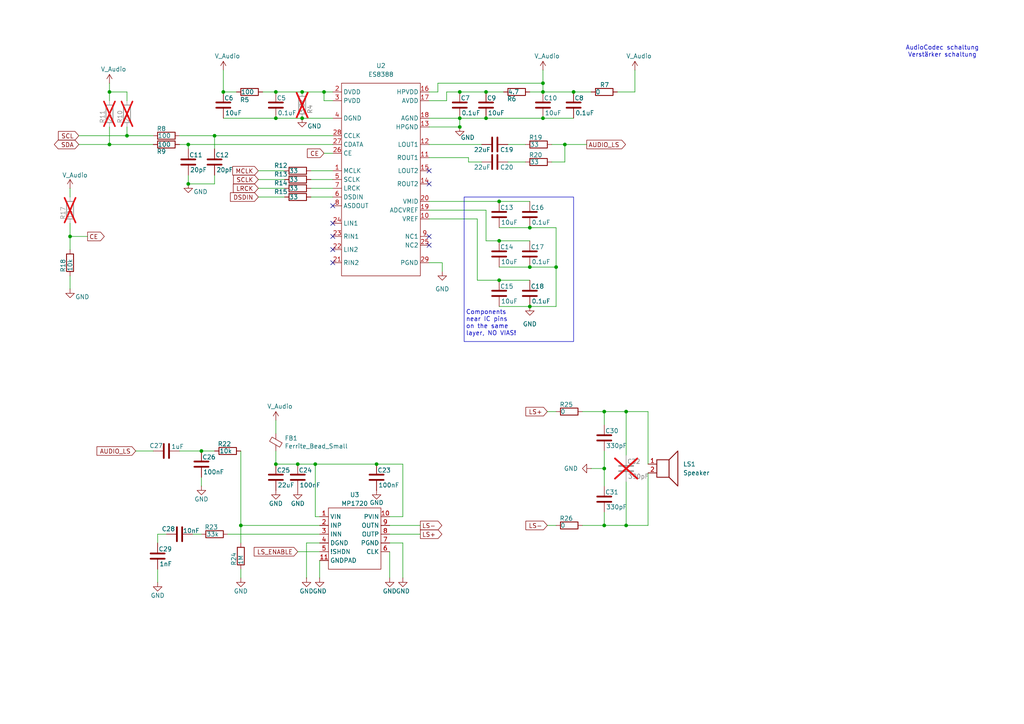
<source format=kicad_sch>
(kicad_sch (version 20231120) (generator "eeschema") (generator_version "8.0")
  (paper "A4")
  (lib_symbols
    (symbol "Device:C" (pin_numbers hide) (pin_names (offset 0.254))
      (property "Reference" "C" (at 0.635 2.54 0))
      (property "Value" "C" (at 0.635 -2.54 0))
      (symbol "C_0_1"
        (polyline (pts (xy -2.032 -0.762) (xy 2.032 -0.762)) (stroke (width 0.508)))
        (polyline (pts (xy -2.032 0.762) (xy 2.032 0.762)) (stroke (width 0.508)))
      )
      (symbol "C_1_1"
        (pin passive line (at 0 3.81 270) (length 2.794) (name "~") (number "1"))
        (pin passive line (at 0 -3.81 90) (length 2.794) (name "~") (number "2"))
      )
    )
    (symbol "Device:FerriteBead_Small" (pin_numbers hide) (pin_names (offset 0))
      (property "Reference" "FB" (at 1.905 1.27 0))
      (property "Value" "FerriteBead_Small" (at 1.905 -1.27 0))
      (symbol "FerriteBead_Small_0_1"
        (polyline (pts (xy 0 -1.27) (xy 0 -0.7874)))
        (polyline (pts (xy 0 0.889) (xy 0 1.2954)))
        (polyline (pts (xy -1.8288 0.2794) (xy -1.1176 1.4986) (xy 1.8288 -0.2032) (xy 1.1176 -1.4224) (xy -1.8288 0.2794)))
      )
      (symbol "FerriteBead_Small_1_1"
        (pin passive line (at 0 2.54 270) (length 1.27) (name "~") (number "1"))
        (pin passive line (at 0 -2.54 90) (length 1.27) (name "~") (number "2"))
      )
    )
    (symbol "Device:R" (pin_numbers hide) (pin_names (offset 0))
      (property "Reference" "R" (at 2.032 0 90))
      (property "Value" "R" (at 0 0 90))
      (symbol "R_0_1"
        (rectangle (start -1.016 -2.54) (end 1.016 2.54) (stroke (width 0.254)))
      )
      (symbol "R_1_1"
        (pin passive line (at 0 3.81 270) (length 1.27) (name "~") (number "1"))
        (pin passive line (at 0 -3.81 90) (length 1.27) (name "~") (number "2"))
      )
    )
    (symbol "Device:Speaker" (pin_names (offset 0) hide)
      (property "Reference" "LS" (at 1.27 5.715 0))
      (property "Value" "Speaker" (at 1.27 3.81 0))
      (symbol "Speaker_0_0"
        (rectangle (start -2.54 1.27) (end 1.016 -3.81) (stroke (width 0.254)))
        (polyline (pts (xy 1.016 1.27) (xy 3.556 3.81) (xy 3.556 -6.35) (xy 1.016 -3.81)) (stroke (width 0.254)))
      )
      (symbol "Speaker_1_1"
        (pin input line (at -5.08 0 0) (length 2.54) (name "1") (number "1"))
        (pin input line (at -5.08 -2.54 0) (length 2.54) (name "2") (number "2"))
      )
    )
    (symbol "Library:ES8388"
      (property "Reference" "U" (at 0 12.954 0))
      (property "Value" "ES8388" (at -0.254 -42.418 0))
      (symbol "ES8388_0_1"
        (rectangle (start -11.43 11.43) (end 11.43 -44.45))
      )
      (symbol "ES8388_1_1"
        (pin input line (at -13.97 -13.97 0) (length 2.54) (name "MCLK") (number "1"))
        (pin input line (at 13.97 -27.94 180) (length 2.54) (name "VREF") (number "10"))
        (pin input line (at 13.97 -10.16 180) (length 2.54) (name "ROUT1") (number "11"))
        (pin input line (at 13.97 -6.35 180) (length 2.54) (name "LOUT1") (number "12"))
        (pin power_in line (at 13.97 -1.27 180) (length 2.54) (name "HPGND") (number "13"))
        (pin input line (at 13.97 -17.78 180) (length 2.54) (name "ROUT2") (number "14"))
        (pin input line (at 13.97 -13.97 180) (length 2.54) (name "LOUT2") (number "15"))
        (pin power_in line (at 13.97 8.89 180) (length 2.54) (name "HPVDD") (number "16"))
        (pin power_in line (at 13.97 6.35 180) (length 2.54) (name "AVDD") (number "17"))
        (pin power_in line (at 13.97 1.27 180) (length 2.54) (name "AGND") (number "18"))
        (pin input line (at 13.97 -25.4 180) (length 2.54) (name "ADCVREF") (number "19"))
        (pin power_in line (at -13.97 8.89 0) (length 2.54) (name "DVDD") (number "2"))
        (pin input line (at 13.97 -22.86 180) (length 2.54) (name "VMID") (number "20"))
        (pin input line (at -13.97 -40.64 0) (length 2.54) (name "RIN2") (number "21"))
        (pin input line (at -13.97 -36.83 0) (length 2.54) (name "LIN2") (number "22"))
        (pin input line (at -13.97 -33.02 0) (length 2.54) (name "RIN1") (number "23"))
        (pin input line (at -13.97 -29.21 0) (length 2.54) (name "LIN1") (number "24"))
        (pin input line (at 13.97 -35.56 180) (length 2.54) (name "NC2") (number "25"))
        (pin input line (at -13.97 -8.89 0) (length 2.54) (name "CE") (number "26"))
        (pin input line (at -13.97 -6.35 0) (length 2.54) (name "CDATA") (number "27"))
        (pin input line (at -13.97 -3.81 0) (length 2.54) (name "CCLK") (number "28"))
        (pin power_in line (at 13.97 -40.64 180) (length 2.54) (name "PGND") (number "29"))
        (pin power_in line (at -13.97 6.35 0) (length 2.54) (name "PVDD") (number "3"))
        (pin power_in line (at -13.97 1.27 0) (length 2.54) (name "DGND") (number "4"))
        (pin input line (at -13.97 -16.51 0) (length 2.54) (name "SCLK") (number "5"))
        (pin input line (at -13.97 -21.59 0) (length 2.54) (name "DSDIN") (number "6"))
        (pin input line (at -13.97 -19.05 0) (length 2.54) (name "LRCK") (number "7"))
        (pin input line (at -13.97 -24.13 0) (length 2.54) (name "ASDOUT") (number "8"))
        (pin input line (at 13.97 -33.02 180) (length 2.54) (name "NC1") (number "9"))
      )
    )
    (symbol "Library:NS4150"
      (property "Reference" "U" (at 0 7.874 0))
      (property "Value" "NS4150" (at -0.254 -12.7 0))
      (symbol "NS4150_0_1"
        (rectangle (start -7.62 6.35) (end 7.62 -11.43))
      )
      (symbol "NS4150_1_1"
        (pin power_in line (at -10.16 3.81 0) (length 2.54) (name "VIN") (number "1"))
        (pin power_in line (at 10.16 3.81 180) (length 2.54) (name "PVIN") (number "10"))
        (pin power_in line (at -10.16 -8.89 0) (length 2.54) (name "GNDPAD") (number "11"))
        (pin input line (at -10.16 1.27 0) (length 2.54) (name "INP") (number "2"))
        (pin input line (at -10.16 -1.27 0) (length 2.54) (name "INN") (number "3"))
        (pin input line (at -10.16 -3.81 0) (length 2.54) (name "DGND") (number "4"))
        (pin input line (at -10.16 -6.35 0) (length 2.54) (name "!SHDN") (number "5"))
        (pin input line (at 10.16 -6.35 180) (length 2.54) (name "CLK") (number "6"))
        (pin power_in line (at 10.16 -3.81 180) (length 2.54) (name "PGND") (number "7"))
        (pin input line (at 10.16 -1.27 180) (length 2.54) (name "OUTP") (number "8"))
        (pin input line (at 10.16 1.27 180) (length 2.54) (name "OUTN") (number "9"))
      )
    )
    (symbol "power:+3.3V" (power) (pin_numbers hide) (pin_names (offset 0) hide)
      (property "Value" "+3.3V" (at 0 3.556 0))
      (symbol "+3.3V_0_1"
        (polyline (pts (xy -0.762 1.27) (xy 0 2.54)))
        (polyline (pts (xy 0 0) (xy 0 2.54)))
        (polyline (pts (xy 0 2.54) (xy 0.762 1.27)))
      )
      (symbol "+3.3V_1_1"
        (pin power_in line (at 0 0 90) (length 0) (name "~") (number "1"))
      )
    )
    (symbol "power:GND" (power) (pin_numbers hide) (pin_names (offset 0) hide)
      (property "Value" "GND" (at 0 -3.81 0))
      (symbol "GND_0_1"
        (polyline (pts (xy 0 0) (xy 0 -1.27) (xy 1.27 -1.27) (xy 0 -2.54) (xy -1.27 -1.27) (xy 0 -1.27)))
      )
      (symbol "GND_1_1"
        (pin power_in line (at 0 0 270) (length 0) (name "~") (number "1"))
      )
    )
  )
  (junction (at 161.29 77.47))
  (junction (at 144.78 69.85))
  (junction (at 181.61 152.4))
  (junction (at 140.97 34.29))
  (junction (at 64.77 26.67))
  (junction (at 153.67 88.9))
  (junction (at 69.85 152.4))
  (junction (at 20.32 68.58))
  (junction (at 153.67 77.47))
  (junction (at 175.26 119.38))
  (junction (at 54.61 53.34))
  (junction (at 91.44 134.62))
  (junction (at 109.22 134.62))
  (junction (at 87.63 26.67))
  (junction (at 144.78 81.28))
  (junction (at 166.37 26.67))
  (junction (at 133.35 26.67))
  (junction (at 80.01 26.67))
  (junction (at 86.36 134.62))
  (junction (at 157.48 24.13))
  (junction (at 133.35 34.29))
  (junction (at 157.48 34.29))
  (junction (at 133.35 36.83))
  (junction (at 175.26 152.4))
  (junction (at 80.01 34.29))
  (junction (at 181.61 119.38))
  (junction (at 62.23 39.37))
  (junction (at 163.83 41.91))
  (junction (at 140.97 26.67))
  (junction (at 31.75 41.91))
  (junction (at 80.01 134.62))
  (junction (at 144.78 58.42))
  (junction (at 87.63 34.29))
  (junction (at 31.75 26.67))
  (junction (at 36.83 39.37))
  (junction (at 153.67 66.04))
  (junction (at 58.42 130.81))
  (junction (at 54.61 41.91))
  (junction (at 157.48 26.67))
  (junction (at 93.98 26.67))
  (junction (at 175.26 135.89))
  (no_connect (at 124.46 53.34))
  (no_connect (at 124.46 68.58))
  (no_connect (at 96.52 64.77))
  (no_connect (at 124.46 71.12))
  (no_connect (at 124.46 49.53))
  (no_connect (at 96.52 59.69))
  (no_connect (at 96.52 68.58))
  (no_connect (at 96.52 76.2))
  (no_connect (at 96.52 72.39))
  (wire (pts (xy 69.85 157.48) (xy 69.85 152.4)))
  (wire (pts (xy 69.85 165.1) (xy 69.85 167.64)))
  (wire (pts (xy 22.86 41.91) (xy 31.75 41.91)))
  (wire (pts (xy 166.37 26.67) (xy 171.45 26.67)))
  (wire (pts (xy 116.84 134.62) (xy 109.22 134.62)))
  (wire (pts (xy 62.23 39.37) (xy 62.23 43.18)))
  (wire (pts (xy 181.61 139.7) (xy 181.61 152.4)))
  (wire (pts (xy 124.46 34.29) (xy 133.35 34.29)))
  (wire (pts (xy 124.46 29.21) (xy 129.54 29.21)))
  (wire (pts (xy 58.42 140.97) (xy 58.42 138.43)))
  (wire (pts (xy 93.98 29.21) (xy 93.98 26.67)))
  (wire (pts (xy 187.96 119.38) (xy 181.61 119.38)))
  (wire (pts (xy 66.04 154.94) (xy 92.71 154.94)))
  (wire (pts (xy 160.02 46.99) (xy 163.83 46.99)))
  (wire (pts (xy 124.46 26.67) (xy 127 26.67)))
  (wire (pts (xy 168.91 152.4) (xy 175.26 152.4)))
  (wire (pts (xy 133.35 26.67) (xy 140.97 26.67)))
  (wire (pts (xy 153.67 26.67) (xy 157.48 26.67)))
  (wire (pts (xy 88.9 157.48) (xy 88.9 167.64)))
  (wire (pts (xy 31.75 26.67) (xy 36.83 26.67)))
  (wire (pts (xy 91.44 134.62) (xy 91.44 149.86)))
  (wire (pts (xy 44.45 39.37) (xy 36.83 39.37)))
  (wire (pts (xy 144.78 81.28) (xy 153.67 81.28)))
  (wire (pts (xy 179.07 26.67) (xy 184.15 26.67)))
  (wire (pts (xy 64.77 34.29) (xy 80.01 34.29)))
  (wire (pts (xy 175.26 130.81) (xy 175.26 135.89)))
  (wire (pts (xy 90.17 52.07) (xy 96.52 52.07)))
  (wire (pts (xy 116.84 157.48) (xy 116.84 167.64)))
  (wire (pts (xy 113.03 149.86) (xy 116.84 149.86)))
  (wire (pts (xy 144.78 66.04) (xy 153.67 66.04)))
  (wire (pts (xy 129.54 26.67) (xy 133.35 26.67)))
  (wire (pts (xy 92.71 149.86) (xy 91.44 149.86)))
  (wire (pts (xy 58.42 130.81) (xy 62.23 130.81)))
  (wire (pts (xy 144.78 88.9) (xy 153.67 88.9)))
  (wire (pts (xy 121.92 154.94) (xy 113.03 154.94)))
  (wire (pts (xy 144.78 58.42) (xy 153.67 58.42)))
  (wire (pts (xy 74.93 49.53) (xy 82.55 49.53)))
  (wire (pts (xy 187.96 134.62) (xy 187.96 119.38)))
  (wire (pts (xy 175.26 119.38) (xy 175.26 123.19)))
  (wire (pts (xy 54.61 43.18) (xy 54.61 41.91)))
  (wire (pts (xy 157.48 24.13) (xy 157.48 26.67)))
  (wire (pts (xy 93.98 44.45) (xy 96.52 44.45)))
  (wire (pts (xy 45.72 157.48) (xy 45.72 154.94)))
  (wire (pts (xy 87.63 26.67) (xy 93.98 26.67)))
  (wire (pts (xy 74.93 52.07) (xy 82.55 52.07)))
  (wire (pts (xy 161.29 77.47) (xy 161.29 88.9)))
  (wire (pts (xy 20.32 64.77) (xy 20.32 68.58)))
  (wire (pts (xy 153.67 77.47) (xy 161.29 77.47)))
  (wire (pts (xy 160.02 41.91) (xy 163.83 41.91)))
  (wire (pts (xy 80.01 121.92) (xy 80.01 125.73)))
  (wire (pts (xy 90.17 54.61) (xy 96.52 54.61)))
  (wire (pts (xy 181.61 132.08) (xy 181.61 119.38)))
  (wire (pts (xy 113.03 160.02) (xy 113.03 167.64)))
  (wire (pts (xy 157.48 20.32) (xy 157.48 24.13)))
  (wire (pts (xy 36.83 39.37) (xy 36.83 36.83)))
  (wire (pts (xy 175.26 148.59) (xy 175.26 152.4)))
  (wire (pts (xy 31.75 36.83) (xy 31.75 41.91)))
  (wire (pts (xy 92.71 162.56) (xy 92.71 167.64)))
  (wire (pts (xy 86.36 160.02) (xy 92.71 160.02)))
  (wire (pts (xy 20.32 54.61) (xy 20.32 57.15)))
  (wire (pts (xy 90.17 49.53) (xy 96.52 49.53)))
  (wire (pts (xy 80.01 130.81) (xy 80.01 134.62)))
  (wire (pts (xy 124.46 58.42) (xy 144.78 58.42)))
  (wire (pts (xy 175.26 152.4) (xy 181.61 152.4)))
  (wire (pts (xy 128.27 78.74) (xy 128.27 76.2)))
  (wire (pts (xy 69.85 130.81) (xy 69.85 152.4)))
  (wire (pts (xy 144.78 77.47) (xy 153.67 77.47)))
  (wire (pts (xy 163.83 46.99) (xy 163.83 41.91)))
  (wire (pts (xy 124.46 63.5) (xy 138.43 63.5)))
  (wire (pts (xy 187.96 152.4) (xy 181.61 152.4)))
  (wire (pts (xy 129.54 29.21) (xy 129.54 26.67)))
  (wire (pts (xy 135.89 45.72) (xy 135.89 46.99)))
  (wire (pts (xy 124.46 36.83) (xy 133.35 36.83)))
  (wire (pts (xy 147.32 41.91) (xy 152.4 41.91)))
  (wire (pts (xy 69.85 152.4) (xy 92.71 152.4)))
  (wire (pts (xy 31.75 24.13) (xy 31.75 26.67)))
  (wire (pts (xy 52.07 39.37) (xy 62.23 39.37)))
  (wire (pts (xy 74.93 57.15) (xy 82.55 57.15)))
  (wire (pts (xy 144.78 69.85) (xy 153.67 69.85)))
  (wire (pts (xy 22.86 39.37) (xy 36.83 39.37)))
  (wire (pts (xy 133.35 36.83) (xy 133.35 34.29)))
  (wire (pts (xy 76.2 26.67) (xy 80.01 26.67)))
  (wire (pts (xy 64.77 26.67) (xy 68.58 26.67)))
  (wire (pts (xy 45.72 168.91) (xy 45.72 165.1)))
  (wire (pts (xy 62.23 53.34) (xy 62.23 50.8)))
  (wire (pts (xy 54.61 41.91) (xy 96.52 41.91)))
  (wire (pts (xy 175.26 135.89) (xy 171.45 135.89)))
  (wire (pts (xy 39.37 130.81) (xy 44.45 130.81)))
  (wire (pts (xy 52.07 130.81) (xy 58.42 130.81)))
  (wire (pts (xy 175.26 119.38) (xy 181.61 119.38)))
  (wire (pts (xy 161.29 66.04) (xy 161.29 77.47)))
  (wire (pts (xy 133.35 34.29) (xy 140.97 34.29)))
  (wire (pts (xy 124.46 45.72) (xy 135.89 45.72)))
  (wire (pts (xy 20.32 68.58) (xy 20.32 72.39)))
  (wire (pts (xy 135.89 46.99) (xy 139.7 46.99)))
  (wire (pts (xy 93.98 26.67) (xy 96.52 26.67)))
  (wire (pts (xy 20.32 68.58) (xy 25.4 68.58)))
  (wire (pts (xy 91.44 134.62) (xy 109.22 134.62)))
  (wire (pts (xy 138.43 81.28) (xy 144.78 81.28)))
  (wire (pts (xy 54.61 53.34) (xy 62.23 53.34)))
  (wire (pts (xy 36.83 26.67) (xy 36.83 29.21)))
  (wire (pts (xy 116.84 149.86) (xy 116.84 134.62)))
  (wire (pts (xy 138.43 63.5) (xy 138.43 81.28)))
  (wire (pts (xy 127 26.67) (xy 127 24.13)))
  (wire (pts (xy 52.07 41.91) (xy 54.61 41.91)))
  (wire (pts (xy 31.75 26.67) (xy 31.75 29.21)))
  (wire (pts (xy 140.97 69.85) (xy 140.97 60.96)))
  (wire (pts (xy 147.32 46.99) (xy 152.4 46.99)))
  (wire (pts (xy 140.97 69.85) (xy 144.78 69.85)))
  (wire (pts (xy 20.32 80.01) (xy 20.32 83.82)))
  (wire (pts (xy 128.27 76.2) (xy 124.46 76.2)))
  (wire (pts (xy 161.29 88.9) (xy 153.67 88.9)))
  (wire (pts (xy 96.52 29.21) (xy 93.98 29.21)))
  (wire (pts (xy 113.03 157.48) (xy 116.84 157.48)))
  (wire (pts (xy 140.97 34.29) (xy 157.48 34.29)))
  (wire (pts (xy 175.26 135.89) (xy 175.26 140.97)))
  (wire (pts (xy 80.01 34.29) (xy 87.63 34.29)))
  (wire (pts (xy 54.61 50.8) (xy 54.61 53.34)))
  (wire (pts (xy 80.01 26.67) (xy 87.63 26.67)))
  (wire (pts (xy 55.88 154.94) (xy 58.42 154.94)))
  (wire (pts (xy 168.91 119.38) (xy 175.26 119.38)))
  (wire (pts (xy 121.92 152.4) (xy 113.03 152.4)))
  (wire (pts (xy 184.15 20.32) (xy 184.15 26.67)))
  (wire (pts (xy 127 24.13) (xy 157.48 24.13)))
  (wire (pts (xy 80.01 134.62) (xy 86.36 134.62)))
  (wire (pts (xy 163.83 41.91) (xy 170.18 41.91)))
  (wire (pts (xy 157.48 26.67) (xy 166.37 26.67)))
  (wire (pts (xy 158.75 152.4) (xy 161.29 152.4)))
  (wire (pts (xy 157.48 34.29) (xy 166.37 34.29)))
  (wire (pts (xy 92.71 157.48) (xy 88.9 157.48)))
  (wire (pts (xy 153.67 66.04) (xy 161.29 66.04)))
  (wire (pts (xy 90.17 57.15) (xy 96.52 57.15)))
  (wire (pts (xy 74.93 54.61) (xy 82.55 54.61)))
  (wire (pts (xy 64.77 20.32) (xy 64.77 26.67)))
  (wire (pts (xy 140.97 26.67) (xy 146.05 26.67)))
  (wire (pts (xy 86.36 134.62) (xy 91.44 134.62)))
  (wire (pts (xy 124.46 41.91) (xy 139.7 41.91)))
  (wire (pts (xy 140.97 60.96) (xy 124.46 60.96)))
  (wire (pts (xy 45.72 154.94) (xy 48.26 154.94)))
  (wire (pts (xy 187.96 137.16) (xy 187.96 152.4)))
  (wire (pts (xy 158.75 119.38) (xy 161.29 119.38)))
  (wire (pts (xy 31.75 41.91) (xy 44.45 41.91)))
  (wire (pts (xy 62.23 39.37) (xy 96.52 39.37)))
  (wire (pts (xy 87.63 34.29) (xy 96.52 34.29)))
  (rectangle (start 134.62 57.15) (end 166.37 99.06))
  (text "AudioCodec schaltung\nVerstärker schaltung\n" (at 273.304 14.986 0) (effects (font (size 1.27 1.27))))
  (text "Components \nnear IC pins \non the same \nlayer, NO VIAS!" (at 135.128 93.726 0) (effects (font (size 1.27 1.27)) (justify left)))
  (global_label "LS-" (shape output) (at 121.92 152.4 0) (property "Intersheetrefs" "${INTERSHEET_REFS}" (effects (hide yes))))
  (global_label "SCL" (shape input) (at 22.86 39.37 180) (property "Intersheetrefs" "${INTERSHEET_REFS}" (effects (hide yes))))
  (global_label "SDA" (shape bidirectional) (at 22.86 41.91 180) (property "Intersheetrefs" "${INTERSHEET_REFS}" (effects (hide yes))))
  (global_label "LS+" (shape input) (at 158.75 119.38 180) (property "Intersheetrefs" "${INTERSHEET_REFS}" (effects (hide yes))))
  (global_label "AUDIO_LS" (shape input) (at 39.37 130.81 180) (property "Intersheetrefs" "${INTERSHEET_REFS}" (effects (hide yes))))
  (global_label "CE" (shape output) (at 25.4 68.58 0) (property "Intersheetrefs" "${INTERSHEET_REFS}" (effects (hide yes))))
  (global_label "LRCK" (shape input) (at 74.93 54.61 180) (property "Intersheetrefs" "${INTERSHEET_REFS}" (effects (hide yes))))
  (global_label "MCLK" (shape input) (at 74.93 49.53 180) (property "Intersheetrefs" "${INTERSHEET_REFS}" (effects (hide yes))))
  (global_label "LS+" (shape output) (at 121.92 154.94 0) (property "Intersheetrefs" "${INTERSHEET_REFS}" (effects (hide yes))))
  (global_label "LS_ENABLE" (shape input) (at 86.36 160.02 180) (property "Intersheetrefs" "${INTERSHEET_REFS}" (effects (hide yes))))
  (global_label "AUDIO_LS" (shape output) (at 170.18 41.91 0) (property "Intersheetrefs" "${INTERSHEET_REFS}" (effects (hide yes))))
  (global_label "SCLK" (shape input) (at 74.93 52.07 180) (property "Intersheetrefs" "${INTERSHEET_REFS}" (effects (hide yes))))
  (global_label "CE" (shape input) (at 93.98 44.45 180) (property "Intersheetrefs" "${INTERSHEET_REFS}" (effects (hide yes))))
  (global_label "LS-" (shape input) (at 158.75 152.4 180) (property "Intersheetrefs" "${INTERSHEET_REFS}" (effects (hide yes))))
  (global_label "DSDIN" (shape input) (at 74.93 57.15 180) (property "Intersheetrefs" "${INTERSHEET_REFS}" (effects (hide yes))))
  (symbol (lib_id "Device:R") (at 69.85 161.29 0) (unit 1)
    (property "Reference" "R24" (at 67.818 164.084 90) (effects (justify left)))
    (property "Value" "1M" (at 69.85 163.83 90) (effects (justify left)))
    (property "Footprint" "Resistor_SMD:R_0805_2012Metric_Pad1.20x1.40mm_HandSolder" (effects (hide yes)))
    (property "Description" "Resistor" (effects (hide yes)))
  )
  (symbol (lib_id "Device:C") (at 157.48 30.48 0) (unit 1)
    (property "Reference" "C10" (at 157.734 28.448 0) (effects (justify left)))
    (property "Value" "10uF" (at 157.988 32.766 0) (effects (justify left)))
    (property "Footprint" "Capacitor_SMD:C_1206_3216Metric_Pad1.33x1.80mm_HandSolder" (effects (hide yes)))
    (property "Description" "Unpolarized capacitor" (effects (hide yes)))
  )
  (symbol (lib_id "Device:C") (at 80.01 138.43 0) (unit 1)
    (property "Reference" "C25" (at 80.264 136.398 0) (effects (justify left)))
    (property "Value" "22uF" (at 80.518 140.716 0) (effects (justify left)))
    (property "Footprint" "Capacitor_SMD:C_0805_2012Metric_Pad1.18x1.45mm_HandSolder" (effects (hide yes)))
    (property "Description" "Unpolarized capacitor" (effects (hide yes)))
  )
  (symbol (lib_id "Device:C") (at 143.51 46.99 270) (unit 1)
    (property "Reference" "C20" (at 145.034 48.514 90) (effects (justify left)))
    (property "Value" "22uF" (at 137.414 48.514 90) (effects (justify left)))
    (property "Footprint" "Capacitor_SMD:C_0805_2012Metric_Pad1.18x1.45mm_HandSolder" (effects (hide yes)))
    (property "Description" "Unpolarized capacitor" (effects (hide yes)))
  )
  (symbol (lib_id "power:GND") (at 153.67 88.9 0) (unit 1)
    (property "Reference" "#PWR024" (effects (hide yes)))
    (property "Value" "GND" (at 153.67 93.98 0))
    (property "Description" "Power symbol creates a global label with name \"GND\" , ground" (effects (hide yes)))
  )
  (symbol (lib_id "Library:ES8388") (at 110.49 35.56 0) (unit 1)
    (property "Reference" "U2" (at 110.49 19.05 0))
    (property "Value" "ES8388" (at 110.49 21.59 0))
    (property "Footprint" "Package_DFN_QFN:QFN-28-1EP_4x4mm_P0.4mm_EP2.3x2.3mm" (effects (hide yes)))
    (property "Datasheet" "file:///C:/data/Schule/BuP/5_Semester/Marvin/MarvinProject/6_Semester/MarvinDatenblaetter/AudioCodecChip/ES8388%20DS.pdf" (effects (hide yes)))
    (property "OrderNow" "x" (effects (hide yes)))
    (property "LCSC Part" "C365736" (effects (hide yes)))
  )
  (symbol (lib_id "Device:R") (at 48.26 41.91 270) (unit 1)
    (property "Reference" "R9" (at 45.466 43.942 90) (effects (justify left)))
    (property "Value" "100" (at 45.72 41.91 90) (effects (justify left)))
    (property "Footprint" "Resistor_SMD:R_0805_2012Metric_Pad1.20x1.40mm_HandSolder" (effects (hide yes)))
    (property "Description" "Resistor" (effects (hide yes)))
  )
  (symbol (lib_id "Device:C") (at 80.01 30.48 0) (unit 1)
    (property "Reference" "C5" (at 80.264 28.448 0) (effects (justify left)))
    (property "Value" "0.1uF" (at 80.518 32.766 0) (effects (justify left)))
    (property "Footprint" "Capacitor_SMD:C_0805_2012Metric_Pad1.18x1.45mm_HandSolder" (effects (hide yes)))
    (property "Description" "Unpolarized capacitor" (effects (hide yes)))
  )
  (symbol (lib_id "Device:R") (at 165.1 119.38 270) (unit 1)
    (property "Reference" "R25" (at 162.306 117.348 90) (effects (justify left)))
    (property "Value" "0" (at 162.56 119.38 90) (effects (justify left)))
    (property "Footprint" "Resistor_SMD:R_0805_2012Metric_Pad1.20x1.40mm_HandSolder" (effects (hide yes)))
    (property "Description" "Resistor" (effects (hide yes)))
  )
  (symbol (lib_id "Device:C") (at 45.72 161.29 0) (unit 1)
    (property "Reference" "C29" (at 45.974 159.258 0) (effects (justify left)))
    (property "Value" "1nF" (at 46.228 163.576 0) (effects (justify left)))
    (property "Footprint" "Capacitor_SMD:C_0805_2012Metric_Pad1.18x1.45mm_HandSolder" (effects (hide yes)))
    (property "Description" "Unpolarized capacitor" (effects (hide yes)))
  )
  (symbol (lib_id "power:GND") (at 171.45 135.89 270) (unit 1)
    (property "Reference" "#PWR030" (effects (hide yes)))
    (property "Value" "GND" (at 167.64 135.8899 90) (effects (justify right)))
    (property "Description" "Power symbol creates a global label with name \"GND\" , ground" (effects (hide yes)))
  )
  (symbol (lib_id "power:GND") (at 88.9 167.64 0) (unit 1)
    (property "Reference" "#PWR029" (effects (hide yes)))
    (property "Value" "GND" (at 88.9 171.45 0))
    (property "Description" "Power symbol creates a global label with name \"GND\" , ground" (effects (hide yes)))
  )
  (symbol (lib_id "Device:C") (at 144.78 62.23 0) (unit 1)
    (property "Reference" "C13" (at 145.034 60.198 0) (effects (justify left)))
    (property "Value" "10uF" (at 145.288 64.516 0) (effects (justify left)))
    (property "Footprint" "Capacitor_SMD:C_1206_3216Metric_Pad1.33x1.80mm_HandSolder" (effects (hide yes)))
    (property "Description" "Unpolarized capacitor" (effects (hide yes)))
  )
  (symbol (lib_id "Device:R") (at 86.36 54.61 270) (unit 1)
    (property "Reference" "R14" (at 79.502 53.086 90) (effects (justify left)))
    (property "Value" "33" (at 83.82 54.61 90) (effects (justify left)))
    (property "Footprint" "Resistor_SMD:R_0805_2012Metric_Pad1.20x1.40mm_HandSolder" (effects (hide yes)))
    (property "Description" "Resistor" (effects (hide yes)))
  )
  (symbol (lib_id "power:+3.3V") (at 157.48 20.32 0) (unit 1)
    (property "Reference" "#PWR044" (effects (hide yes)))
    (property "Value" "V_Audio" (at 154.94 16.256 0) (effects (justify left)))
    (property "Description" "Power symbol creates a global label with name \"+3.3V\"" (effects (hide yes)))
  )
  (symbol (lib_id "Device:C") (at 48.26 130.81 90) (unit 1)
    (property "Reference" "C27" (at 47.244 129.286 90) (effects (justify left)))
    (property "Value" "1uF" (at 53.34 129.54 90) (effects (justify left)))
    (property "Footprint" "Capacitor_SMD:C_0805_2012Metric_Pad1.18x1.45mm_HandSolder" (effects (hide yes)))
    (property "Description" "Unpolarized capacitor" (effects (hide yes)))
  )
  (symbol (lib_id "Device:R") (at 149.86 26.67 270) (unit 1)
    (property "Reference" "R6" (at 147.066 28.702 90) (effects (justify left)))
    (property "Value" "4.7" (at 147.32 26.67 90) (effects (justify left)))
    (property "Footprint" "Resistor_SMD:R_0805_2012Metric_Pad1.20x1.40mm_HandSolder" (effects (hide yes)))
    (property "Description" "Resistor" (effects (hide yes)))
  )
  (symbol (lib_id "power:GND") (at 113.03 167.64 0) (unit 1)
    (property "Reference" "#PWR033" (effects (hide yes)))
    (property "Value" "GND" (at 113.03 171.45 0))
    (property "Description" "Power symbol creates a global label with name \"GND\" , ground" (effects (hide yes)))
  )
  (symbol (lib_id "power:+3.3V") (at 20.32 54.61 0) (unit 1)
    (property "Reference" "#PWR047" (effects (hide yes)))
    (property "Value" "V_Audio" (at 18.034 50.8 0) (effects (justify left)))
    (property "Description" "Power symbol creates a global label with name \"+3.3V\"" (effects (hide yes)))
  )
  (symbol (lib_id "Device:C") (at 144.78 73.66 0) (unit 1)
    (property "Reference" "C14" (at 145.034 71.628 0) (effects (justify left)))
    (property "Value" "10uF" (at 145.288 75.946 0) (effects (justify left)))
    (property "Footprint" "Capacitor_SMD:C_1206_3216Metric_Pad1.33x1.80mm_HandSolder" (effects (hide yes)))
    (property "Description" "Unpolarized capacitor" (effects (hide yes)))
  )
  (symbol (lib_id "Library:NS4150") (at 102.87 153.67 0) (unit 1)
    (property "Reference" "U3" (at 102.87 143.51 0))
    (property "Value" "MP1720" (at 102.87 146.05 0))
    (property "Footprint" "Library:MP1720" (effects (hide yes)))
    (property "Datasheet" "file:///C:/data/Schule/BuP/5_Semester/Marvin/MarvinProject/6_Semester/MarvinDatenblaetter/Verst%C3%A4rker/MP1720.pdf" (effects (hide yes)))
  )
  (symbol (lib_id "Device:C") (at 86.36 138.43 0) (unit 1)
    (property "Reference" "C24" (at 86.614 136.398 0) (effects (justify left)))
    (property "Value" "100nF" (at 86.868 140.716 0) (effects (justify left)))
    (property "Footprint" "Capacitor_SMD:C_0805_2012Metric_Pad1.18x1.45mm_HandSolder" (effects (hide yes)))
    (property "Description" "Unpolarized capacitor" (effects (hide yes)))
  )
  (symbol (lib_id "Device:C") (at 109.22 138.43 0) (unit 1)
    (property "Reference" "C23" (at 109.474 136.398 0) (effects (justify left)))
    (property "Value" "100nF" (at 109.728 140.716 0) (effects (justify left)))
    (property "Footprint" "Capacitor_SMD:C_0805_2012Metric_Pad1.18x1.45mm_HandSolder" (effects (hide yes)))
    (property "Description" "Unpolarized capacitor" (effects (hide yes)))
  )
  (symbol (lib_id "power:GND") (at 45.72 168.91 0) (unit 1)
    (property "Reference" "#PWR036" (effects (hide yes)))
    (property "Value" "GND" (at 45.72 172.72 0))
    (property "Description" "Power symbol creates a global label with name \"GND\" , ground" (effects (hide yes)))
  )
  (symbol (lib_id "power:+3.3V") (at 64.77 20.32 0) (unit 1)
    (property "Reference" "#PWR045" (effects (hide yes)))
    (property "Value" "V_Audio" (at 62.23 16.256 0) (effects (justify left)))
    (property "Description" "Power symbol creates a global label with name \"+3.3V\"" (effects (hide yes)))
  )
  (symbol (lib_id "power:+3.3V") (at 31.75 24.13 0) (unit 1)
    (property "Reference" "#PWR046" (effects (hide yes)))
    (property "Value" "V_Audio" (at 29.21 20.066 0) (effects (justify left)))
    (property "Description" "Power symbol creates a global label with name \"+3.3V\"" (effects (hide yes)))
  )
  (symbol (lib_id "Device:R") (at 66.04 130.81 90) (unit 1)
    (property "Reference" "R22" (at 67.056 128.778 90) (effects (justify left)))
    (property "Value" "10k" (at 67.31 130.81 90) (effects (justify left)))
    (property "Footprint" "Resistor_SMD:R_0805_2012Metric_Pad1.20x1.40mm_HandSolder" (effects (hide yes)))
    (property "Description" "Resistor" (effects (hide yes)))
  )
  (symbol (lib_id "Device:C") (at 64.77 30.48 0) (unit 1)
    (property "Reference" "C6" (at 65.024 28.448 0) (effects (justify left)))
    (property "Value" "10uF" (at 65.278 32.766 0) (effects (justify left)))
    (property "Footprint" "Capacitor_SMD:C_1206_3216Metric_Pad1.33x1.80mm_HandSolder" (effects (hide yes)))
    (property "Description" "Unpolarized capacitor" (effects (hide yes)))
  )
  (symbol (lib_id "Device:R") (at 31.75 33.02 0) (unit 1) (dnp yes)
    (property "Reference" "R11" (at 29.718 35.814 90) (effects (justify left)))
    (property "Value" "2k" (at 31.75 35.56 90) (effects (justify left)))
    (property "Footprint" "Resistor_SMD:R_0805_2012Metric_Pad1.20x1.40mm_HandSolder" (effects (hide yes)))
    (property "Description" "Resistor" (effects (hide yes)))
  )
  (symbol (lib_id "power:GND") (at 87.63 34.29 0) (unit 1)
    (property "Reference" "#PWR020" (effects (hide yes)))
    (property "Value" "GND" (at 91.186 36.576 0))
    (property "Description" "Power symbol creates a global label with name \"GND\" , ground" (effects (hide yes)))
  )
  (symbol (lib_id "Device:R") (at 20.32 76.2 0) (unit 1)
    (property "Reference" "R18" (at 18.288 78.994 90) (effects (justify left)))
    (property "Value" "10k" (at 20.32 78.74 90) (effects (justify left)))
    (property "Footprint" "Resistor_SMD:R_0805_2012Metric_Pad1.20x1.40mm_HandSolder" (effects (hide yes)))
    (property "Description" "Resistor" (effects (hide yes)))
  )
  (symbol (lib_id "power:+3.3V") (at 80.01 121.92 0) (unit 1)
    (property "Reference" "#PWR042" (effects (hide yes)))
    (property "Value" "V_Audio" (at 77.47 117.856 0) (effects (justify left)))
    (property "Description" "Power symbol creates a global label with name \"+3.3V\"" (effects (hide yes)))
  )
  (symbol (lib_id "Device:R") (at 48.26 39.37 270) (unit 1)
    (property "Reference" "R8" (at 45.466 37.338 90) (effects (justify left)))
    (property "Value" "100" (at 45.72 39.37 90) (effects (justify left)))
    (property "Footprint" "Resistor_SMD:R_0805_2012Metric_Pad1.20x1.40mm_HandSolder" (effects (hide yes)))
    (property "Description" "Resistor" (effects (hide yes)))
  )
  (symbol (lib_id "Device:R") (at 87.63 30.48 0) (unit 1) (dnp yes)
    (property "Reference" "R4" (at 89.916 33.02 90) (effects (justify left)))
    (property "Value" "3.3k" (at 87.63 33.02 90) (effects (justify left)))
    (property "Footprint" "Resistor_SMD:R_0805_2012Metric_Pad1.20x1.40mm_HandSolder" (effects (hide yes)))
    (property "Description" "Resistor" (effects (hide yes)))
  )
  (symbol (lib_id "power:GND") (at 128.27 78.74 0) (unit 1)
    (property "Reference" "#PWR023" (effects (hide yes)))
    (property "Value" "GND" (at 128.27 83.82 0))
    (property "Description" "Power symbol creates a global label with name \"GND\" , ground" (effects (hide yes)))
  )
  (symbol (lib_id "Device:R") (at 86.36 57.15 270) (unit 1)
    (property "Reference" "R15" (at 79.502 55.626 90) (effects (justify left)))
    (property "Value" "33" (at 83.82 57.15 90) (effects (justify left)))
    (property "Footprint" "Resistor_SMD:R_0805_2012Metric_Pad1.20x1.40mm_HandSolder" (effects (hide yes)))
    (property "Description" "Resistor" (effects (hide yes)))
  )
  (symbol (lib_id "power:GND") (at 133.35 36.83 0) (unit 1)
    (property "Reference" "#PWR021" (effects (hide yes)))
    (property "Value" "GND" (at 135.636 39.878 0))
    (property "Description" "Power symbol creates a global label with name \"GND\" , ground" (effects (hide yes)))
  )
  (symbol (lib_id "Device:C") (at 175.26 144.78 0) (unit 1)
    (property "Reference" "C31" (at 175.514 142.748 0) (effects (justify left)))
    (property "Value" "330pF" (at 175.768 147.066 0) (effects (justify left)))
    (property "Footprint" "Capacitor_SMD:C_0805_2012Metric_Pad1.18x1.45mm_HandSolder" (effects (hide yes)))
    (property "Description" "Unpolarized capacitor" (effects (hide yes)))
  )
  (symbol (lib_id "Device:R") (at 156.21 41.91 270) (unit 1)
    (property "Reference" "R19" (at 153.416 39.878 90) (effects (justify left)))
    (property "Value" "33" (at 153.67 41.91 90) (effects (justify left)))
    (property "Footprint" "Resistor_SMD:R_0805_2012Metric_Pad1.20x1.40mm_HandSolder" (effects (hide yes)))
    (property "Description" "Resistor" (effects (hide yes)))
  )
  (symbol (lib_id "Device:R") (at 86.36 49.53 270) (unit 1)
    (property "Reference" "R12" (at 79.502 48.006 90) (effects (justify left)))
    (property "Value" "33" (at 83.82 49.53 90) (effects (justify left)))
    (property "Footprint" "Resistor_SMD:R_0805_2012Metric_Pad1.20x1.40mm_HandSolder" (effects (hide yes)))
    (property "Description" "Resistor" (effects (hide yes)))
  )
  (symbol (lib_id "Device:R") (at 62.23 154.94 90) (unit 1)
    (property "Reference" "R23" (at 63.246 152.908 90) (effects (justify left)))
    (property "Value" "33k" (at 63.5 154.94 90) (effects (justify left)))
    (property "Footprint" "Resistor_SMD:R_0805_2012Metric_Pad1.20x1.40mm_HandSolder" (effects (hide yes)))
    (property "Description" "Resistor" (effects (hide yes)))
  )
  (symbol (lib_id "power:GND") (at 92.71 167.64 0) (unit 1)
    (property "Reference" "#PWR032" (effects (hide yes)))
    (property "Value" "GND" (at 92.71 171.45 0))
    (property "Description" "Power symbol creates a global label with name \"GND\" , ground" (effects (hide yes)))
  )
  (symbol (lib_id "Device:R") (at 175.26 26.67 270) (unit 1)
    (property "Reference" "R7" (at 173.99 24.638 90) (effects (justify left)))
    (property "Value" "0" (at 172.72 26.67 90) (effects (justify left)))
    (property "Footprint" "Resistor_SMD:R_0805_2012Metric_Pad1.20x1.40mm_HandSolder" (effects (hide yes)))
    (property "Description" "Resistor" (effects (hide yes)))
  )
  (symbol (lib_id "Device:C") (at 175.26 127 0) (unit 1)
    (property "Reference" "C30" (at 175.514 124.968 0) (effects (justify left)))
    (property "Value" "330pF" (at 175.768 129.286 0) (effects (justify left)))
    (property "Footprint" "Capacitor_SMD:C_0805_2012Metric_Pad1.18x1.45mm_HandSolder" (effects (hide yes)))
    (property "Description" "Unpolarized capacitor" (effects (hide yes)))
  )
  (symbol (lib_id "Device:C") (at 140.97 30.48 0) (unit 1)
    (property "Reference" "C9" (at 141.224 28.448 0) (effects (justify left)))
    (property "Value" "10uF" (at 141.478 32.766 0) (effects (justify left)))
    (property "Footprint" "Capacitor_SMD:C_1206_3216Metric_Pad1.33x1.80mm_HandSolder" (effects (hide yes)))
    (property "Description" "Unpolarized capacitor" (effects (hide yes)))
  )
  (symbol (lib_id "Device:C") (at 166.37 30.48 0) (unit 1)
    (property "Reference" "C8" (at 166.624 28.448 0) (effects (justify left)))
    (property "Value" "0.1uF" (at 166.878 32.766 0) (effects (justify left)))
    (property "Footprint" "Capacitor_SMD:C_0805_2012Metric_Pad1.18x1.45mm_HandSolder" (effects (hide yes)))
    (property "Description" "Unpolarized capacitor" (effects (hide yes)))
  )
  (symbol (lib_id "power:GND") (at 20.32 83.82 0) (unit 1)
    (property "Reference" "#PWR025" (effects (hide yes)))
    (property "Value" "GND" (at 23.876 86.106 0))
    (property "Description" "Power symbol creates a global label with name \"GND\" , ground" (effects (hide yes)))
  )
  (symbol (lib_id "power:GND") (at 69.85 167.64 0) (unit 1)
    (property "Reference" "#PWR037" (effects (hide yes)))
    (property "Value" "GND" (at 69.85 171.45 0))
    (property "Description" "Power symbol creates a global label with name \"GND\" , ground" (effects (hide yes)))
  )
  (symbol (lib_id "Device:R") (at 86.36 52.07 270) (unit 1)
    (property "Reference" "R13" (at 79.502 50.546 90) (effects (justify left)))
    (property "Value" "33" (at 83.82 52.07 90) (effects (justify left)))
    (property "Footprint" "Resistor_SMD:R_0805_2012Metric_Pad1.20x1.40mm_HandSolder" (effects (hide yes)))
    (property "Description" "Resistor" (effects (hide yes)))
  )
  (symbol (lib_id "Device:C") (at 153.67 85.09 0) (unit 1)
    (property "Reference" "C18" (at 153.924 83.058 0) (effects (justify left)))
    (property "Value" "0.1uF" (at 154.178 87.376 0) (effects (justify left)))
    (property "Footprint" "Capacitor_SMD:C_0805_2012Metric_Pad1.18x1.45mm_HandSolder" (effects (hide yes)))
    (property "Description" "Unpolarized capacitor" (effects (hide yes)))
  )
  (symbol (lib_id "Device:C") (at 54.61 46.99 0) (unit 1)
    (property "Reference" "C11" (at 54.864 44.958 0) (effects (justify left)))
    (property "Value" "20pF" (at 55.118 49.276 0) (effects (justify left)))
    (property "Footprint" "Capacitor_SMD:C_0805_2012Metric_Pad1.18x1.45mm_HandSolder" (effects (hide yes)))
    (property "Description" "Unpolarized capacitor" (effects (hide yes)))
  )
  (symbol (lib_id "Device:R") (at 165.1 152.4 270) (unit 1)
    (property "Reference" "R26" (at 162.306 150.368 90) (effects (justify left)))
    (property "Value" "0" (at 162.56 152.4 90) (effects (justify left)))
    (property "Footprint" "Resistor_SMD:R_0805_2012Metric_Pad1.20x1.40mm_HandSolder" (effects (hide yes)))
    (property "Description" "Resistor" (effects (hide yes)))
  )
  (symbol (lib_id "power:GND") (at 58.42 140.97 0) (unit 1)
    (property "Reference" "#PWR035" (effects (hide yes)))
    (property "Value" "GND" (at 58.42 144.78 0))
    (property "Description" "Power symbol creates a global label with name \"GND\" , ground" (effects (hide yes)))
  )
  (symbol (lib_id "Device:Speaker") (at 193.04 134.62 0) (unit 1)
    (property "Reference" "LS1" (at 198.12 134.6199 0) (effects (justify left)))
    (property "Value" "Speaker" (at 198.12 137.1599 0) (effects (justify left)))
    (property "Footprint" "Library:LS" (effects (hide yes)))
    (property "Description" "Speaker" (effects (hide yes)))
  )
  (symbol (lib_id "Device:C") (at 62.23 46.99 0) (unit 1)
    (property "Reference" "C12" (at 62.484 44.958 0) (effects (justify left)))
    (property "Value" "20pF" (at 62.738 49.276 0) (effects (justify left)))
    (property "Footprint" "Capacitor_SMD:C_0805_2012Metric_Pad1.18x1.45mm_HandSolder" (effects (hide yes)))
    (property "Description" "Unpolarized capacitor" (effects (hide yes)))
  )
  (symbol (lib_id "power:+3.3V") (at 184.15 20.32 0) (unit 1)
    (property "Reference" "#PWR043" (effects (hide yes)))
    (property "Value" "V_Audio" (at 181.61 16.256 0) (effects (justify left)))
    (property "Description" "Power symbol creates a global label with name \"+3.3V\"" (effects (hide yes)))
  )
  (symbol (lib_id "Device:FerriteBead_Small") (at 80.01 128.27 0) (unit 1)
    (property "Reference" "FB1" (at 82.55 127.1016 0) (effects (justify left)))
    (property "Value" "Ferrite_Bead_Small" (at 82.55 129.413 0) (effects (justify left)))
    (property "Footprint" "Inductor_SMD:L_0805_2012Metric" (effects (hide yes)))
    (property "OrderNumber" "732-1613-1-ND" (effects (hide yes)))
    (property "Supplier" "Digikey" (effects (hide yes)))
    (property "OrderNow" "x" (effects (hide yes)))
    (property "digikey" "732-1613-1-ND" (effects (hide yes)))
  )
  (symbol (lib_id "Device:C") (at 58.42 134.62 0) (unit 1)
    (property "Reference" "C26" (at 58.674 132.588 0) (effects (justify left)))
    (property "Value" "100nF" (at 58.928 136.906 0) (effects (justify left)))
    (property "Footprint" "Capacitor_SMD:C_0805_2012Metric_Pad1.18x1.45mm_HandSolder" (effects (hide yes)))
    (property "Description" "Unpolarized capacitor" (effects (hide yes)))
  )
  (symbol (lib_id "power:GND") (at 54.61 53.34 0) (unit 1)
    (property "Reference" "#PWR022" (effects (hide yes)))
    (property "Value" "GND" (at 58.166 55.626 0))
    (property "Description" "Power symbol creates a global label with name \"GND\" , ground" (effects (hide yes)))
  )
  (symbol (lib_id "Device:R") (at 72.39 26.67 270) (unit 1)
    (property "Reference" "R5" (at 69.596 28.956 90) (effects (justify left)))
    (property "Value" "100" (at 69.85 26.67 90) (effects (justify left)))
    (property "Footprint" "Resistor_SMD:R_0805_2012Metric_Pad1.20x1.40mm_HandSolder" (effects (hide yes)))
    (property "Description" "Resistor" (effects (hide yes)))
  )
  (symbol (lib_id "Device:R") (at 36.83 33.02 0) (unit 1) (dnp yes)
    (property "Reference" "R10" (at 34.798 35.814 90) (effects (justify left)))
    (property "Value" "2k" (at 36.83 35.56 90) (effects (justify left)))
    (property "Footprint" "Resistor_SMD:R_0805_2012Metric_Pad1.20x1.40mm_HandSolder" (effects (hide yes)))
    (property "Description" "Resistor" (effects (hide yes)))
  )
  (symbol (lib_id "Device:R") (at 20.32 60.96 0) (unit 1) (dnp yes)
    (property "Reference" "R17" (at 18.288 63.754 90) (effects (justify left)))
    (property "Value" "10k" (at 20.32 63.5 90) (effects (justify left)))
    (property "Footprint" "Resistor_SMD:R_0805_2012Metric_Pad1.20x1.40mm_HandSolder" (effects (hide yes)))
    (property "Description" "Resistor" (effects (hide yes)))
  )
  (symbol (lib_id "Device:C") (at 143.51 41.91 270) (unit 1)
    (property "Reference" "C19" (at 145.034 43.434 90) (effects (justify left)))
    (property "Value" "22uF" (at 137.414 43.434 90) (effects (justify left)))
    (property "Footprint" "Capacitor_SMD:C_0805_2012Metric_Pad1.18x1.45mm_HandSolder" (effects (hide yes)))
    (property "Description" "Unpolarized capacitor" (effects (hide yes)))
  )
  (symbol (lib_id "Device:C") (at 153.67 62.23 0) (unit 1)
    (property "Reference" "C16" (at 153.924 60.198 0) (effects (justify left)))
    (property "Value" "0.1uF" (at 154.178 64.516 0) (effects (justify left)))
    (property "Footprint" "Capacitor_SMD:C_0805_2012Metric_Pad1.18x1.45mm_HandSolder" (effects (hide yes)))
    (property "Description" "Unpolarized capacitor" (effects (hide yes)))
  )
  (symbol (lib_id "Device:C") (at 181.61 135.89 0) (unit 1) (dnp yes)
    (property "Reference" "C32" (at 181.864 133.858 0) (effects (justify left)))
    (property "Value" "390pF" (at 182.118 138.176 0) (effects (justify left)))
    (property "Footprint" "Capacitor_SMD:C_0805_2012Metric_Pad1.18x1.45mm_HandSolder" (effects (hide yes)))
    (property "Description" "Unpolarized capacitor" (effects (hide yes)))
  )
  (symbol (lib_id "power:GND") (at 86.36 142.24 0) (unit 1)
    (property "Reference" "#PWR027" (effects (hide yes)))
    (property "Value" "GND" (at 86.36 146.05 0))
    (property "Description" "Power symbol creates a global label with name \"GND\" , ground" (effects (hide yes)))
  )
  (symbol (lib_id "power:GND") (at 116.84 167.64 0) (unit 1)
    (property "Reference" "#PWR034" (effects (hide yes)))
    (property "Value" "GND" (at 116.84 171.45 0))
    (property "Description" "Power symbol creates a global label with name \"GND\" , ground" (effects (hide yes)))
  )
  (symbol (lib_id "power:GND") (at 109.22 142.24 0) (unit 1)
    (property "Reference" "#PWR026" (effects (hide yes)))
    (property "Value" "GND" (at 109.22 145.796 0))
    (property "Description" "Power symbol creates a global label with name \"GND\" , ground" (effects (hide yes)))
  )
  (symbol (lib_id "Device:C") (at 153.67 73.66 0) (unit 1)
    (property "Reference" "C17" (at 153.924 71.628 0) (effects (justify left)))
    (property "Value" "0.1uF" (at 154.178 75.946 0) (effects (justify left)))
    (property "Footprint" "Capacitor_SMD:C_0805_2012Metric_Pad1.18x1.45mm_HandSolder" (effects (hide yes)))
    (property "Description" "Unpolarized capacitor" (effects (hide yes)))
  )
  (symbol (lib_id "Device:R") (at 156.21 46.99 270) (unit 1)
    (property "Reference" "R20" (at 153.416 44.958 90) (effects (justify left)))
    (property "Value" "33" (at 153.67 46.99 90) (effects (justify left)))
    (property "Footprint" "Resistor_SMD:R_0805_2012Metric_Pad1.20x1.40mm_HandSolder" (effects (hide yes)))
    (property "Description" "Resistor" (effects (hide yes)))
  )
  (symbol (lib_id "Device:C") (at 144.78 85.09 0) (unit 1)
    (property "Reference" "C15" (at 145.034 83.058 0) (effects (justify left)))
    (property "Value" "10uF" (at 145.288 87.376 0) (effects (justify left)))
    (property "Footprint" "Capacitor_SMD:C_1206_3216Metric_Pad1.33x1.80mm_HandSolder" (effects (hide yes)))
    (property "Description" "Unpolarized capacitor" (effects (hide yes)))
  )
  (symbol (lib_id "power:GND") (at 80.01 142.24 0) (unit 1)
    (property "Reference" "#PWR028" (effects (hide yes)))
    (property "Value" "GND" (at 80.01 146.05 0))
    (property "Description" "Power symbol creates a global label with name \"GND\" , ground" (effects (hide yes)))
  )
  (symbol (lib_id "Device:C") (at 133.35 30.48 0) (unit 1)
    (property "Reference" "C7" (at 133.604 28.448 0) (effects (justify left)))
    (property "Value" "0.1uF" (at 133.858 32.766 0) (effects (justify left)))
    (property "Footprint" "Capacitor_SMD:C_0805_2012Metric_Pad1.18x1.45mm_HandSolder" (effects (hide yes)))
    (property "Description" "Unpolarized capacitor" (effects (hide yes)))
  )
  (symbol (lib_id "Device:C") (at 52.07 154.94 90) (unit 1)
    (property "Reference" "C28" (at 50.8 153.416 90) (effects (justify left)))
    (property "Value" "10nF" (at 57.912 153.924 90) (effects (justify left)))
    (property "Footprint" "Capacitor_SMD:C_0805_2012Metric_Pad1.18x1.45mm_HandSolder" (effects (hide yes)))
    (property "Description" "Unpolarized capacitor" (effects (hide yes)))
  )
)
</source>
